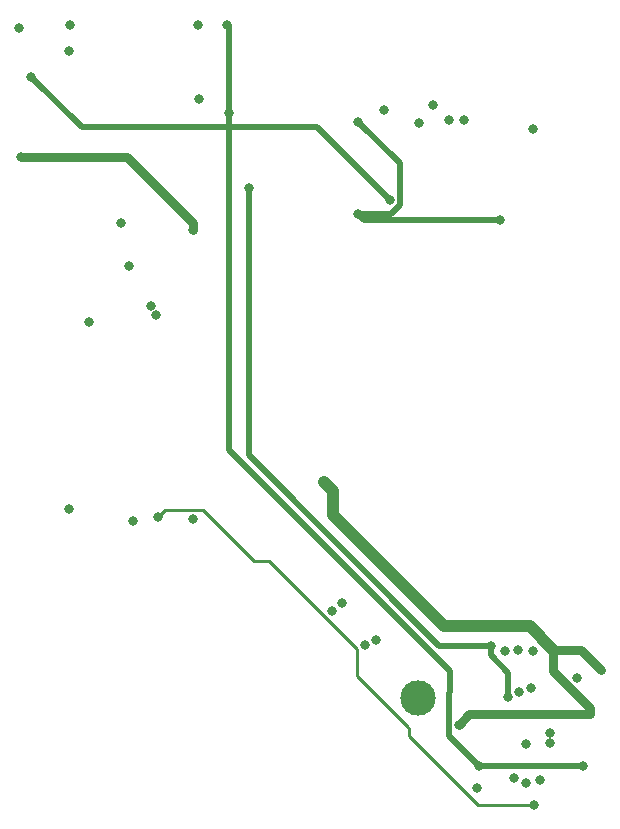
<source format=gbr>
G04 #@! TF.GenerationSoftware,KiCad,Pcbnew,5.1.6+dfsg1-1~bpo10+1*
G04 #@! TF.CreationDate,2021-06-19T16:41:40-04:00*
G04 #@! TF.ProjectId,RUSP_Daughterboard,52555350-5f44-4617-9567-68746572626f,rev?*
G04 #@! TF.SameCoordinates,Original*
G04 #@! TF.FileFunction,Copper,L3,Inr*
G04 #@! TF.FilePolarity,Positive*
%FSLAX46Y46*%
G04 Gerber Fmt 4.6, Leading zero omitted, Abs format (unit mm)*
G04 Created by KiCad (PCBNEW 5.1.6+dfsg1-1~bpo10+1) date 2021-06-19 16:41:40*
%MOMM*%
%LPD*%
G01*
G04 APERTURE LIST*
G04 #@! TA.AperFunction,ViaPad*
%ADD10C,3.000000*%
G04 #@! TD*
G04 #@! TA.AperFunction,ViaPad*
%ADD11C,0.800000*%
G04 #@! TD*
G04 #@! TA.AperFunction,Conductor*
%ADD12C,0.750000*%
G04 #@! TD*
G04 #@! TA.AperFunction,Conductor*
%ADD13C,0.500000*%
G04 #@! TD*
G04 #@! TA.AperFunction,Conductor*
%ADD14C,1.000000*%
G04 #@! TD*
G04 #@! TA.AperFunction,Conductor*
%ADD15C,0.250000*%
G04 #@! TD*
G04 APERTURE END LIST*
D10*
X154000000Y-128000000D03*
D11*
X120300000Y-71300000D03*
X135000000Y-88400000D03*
X124500000Y-112000000D03*
X146800000Y-120600000D03*
X149582053Y-123517947D03*
X124500000Y-73200000D03*
X161000000Y-87500000D03*
X149000000Y-87000000D03*
X149000000Y-79250000D03*
X168599999Y-129400001D03*
X165500000Y-123900000D03*
X157480000Y-130302000D03*
X159004000Y-135636000D03*
X120396006Y-82200000D03*
X146812000Y-110490000D03*
X146050000Y-109728000D03*
X169500000Y-125600000D03*
X157900000Y-79100000D03*
X162600000Y-127500000D03*
X161400000Y-124000000D03*
X155300000Y-77800000D03*
X160200000Y-123600000D03*
X151130000Y-78232000D03*
X161694805Y-127925000D03*
X139700000Y-84836000D03*
X121300000Y-75400000D03*
X137900000Y-71000000D03*
X138000000Y-78500000D03*
X138000000Y-79700000D03*
X159200000Y-133800000D03*
X168000000Y-133750000D03*
X151638000Y-85852000D03*
X135500000Y-77250000D03*
X163600000Y-127200000D03*
X154100000Y-79300000D03*
X163800000Y-124000000D03*
X164400000Y-134974990D03*
X128887660Y-87812340D03*
X126200000Y-96200000D03*
X129600000Y-91400000D03*
X163200000Y-131900000D03*
X129900000Y-113000000D03*
X163900000Y-137025010D03*
X132029325Y-112674990D03*
X147571375Y-119928625D03*
X150500000Y-123100000D03*
X162200000Y-134800000D03*
X135010743Y-112824979D03*
X163800000Y-79800000D03*
X163200000Y-135200000D03*
X124600000Y-71000000D03*
X135400000Y-71000000D03*
X165201292Y-131775010D03*
X131400000Y-94800000D03*
X165201292Y-131001292D03*
X131826000Y-95600000D03*
X167500000Y-126300000D03*
X156700000Y-79100000D03*
X162500000Y-123900000D03*
D12*
X158381999Y-129400001D02*
X157480000Y-130302000D01*
X168599999Y-129400001D02*
X158381999Y-129400001D01*
D13*
X151748002Y-87000000D02*
X149000000Y-87000000D01*
X152488001Y-86260001D02*
X151748002Y-87000000D01*
X152488001Y-82738001D02*
X152488001Y-86260001D01*
X149000000Y-79250000D02*
X152488001Y-82738001D01*
X149500000Y-87500000D02*
X149000000Y-87000000D01*
X161000000Y-87500000D02*
X149500000Y-87500000D01*
D12*
X168599999Y-128843001D02*
X168599999Y-129400001D01*
X165500000Y-125743002D02*
X168599999Y-128843001D01*
X165500000Y-123900000D02*
X165500000Y-125743002D01*
X135000000Y-88400000D02*
X135000000Y-87756000D01*
X129444000Y-82200000D02*
X120396006Y-82200000D01*
X135000000Y-87756000D02*
X129444000Y-82200000D01*
D14*
X165500000Y-123900000D02*
X163520000Y-121920000D01*
X163520000Y-121920000D02*
X157226000Y-121920000D01*
X157226000Y-121920000D02*
X156210000Y-121920000D01*
X156210000Y-121920000D02*
X147574000Y-113284000D01*
X147574000Y-113284000D02*
X146812000Y-112522000D01*
X146812000Y-112522000D02*
X146812000Y-110490000D01*
X146812000Y-110490000D02*
X146050000Y-109728000D01*
D12*
X167800000Y-123900000D02*
X169500000Y-125600000D01*
X165500000Y-123900000D02*
X167800000Y-123900000D01*
D15*
X160401678Y-123600000D02*
X160200000Y-123600000D01*
D13*
X161694805Y-127925000D02*
X161694805Y-125880805D01*
X160200000Y-124386000D02*
X160200000Y-123600000D01*
X161694805Y-125880805D02*
X160200000Y-124386000D01*
X160200000Y-123600000D02*
X155858000Y-123600000D01*
X139700000Y-107442000D02*
X139700000Y-84836000D01*
X155858000Y-123600000D02*
X139700000Y-107442000D01*
X167950000Y-133800000D02*
X168000000Y-133750000D01*
X159200000Y-133800000D02*
X167950000Y-133800000D01*
X138000000Y-78500000D02*
X138000000Y-79700000D01*
X138000000Y-71100000D02*
X137900000Y-71000000D01*
X138000000Y-78500000D02*
X138000000Y-71100000D01*
X125600000Y-79700000D02*
X138000000Y-79700000D01*
X121300000Y-75400000D02*
X125600000Y-79700000D01*
X145486000Y-79700000D02*
X151638000Y-85852000D01*
X138000000Y-79700000D02*
X145486000Y-79700000D01*
X156629999Y-131229999D02*
X159200000Y-133800000D01*
X156718000Y-127508000D02*
X156629999Y-127596001D01*
X156718000Y-125730000D02*
X156718000Y-127508000D01*
X138000000Y-79700000D02*
X138000000Y-107012000D01*
X156629999Y-127596001D02*
X156629999Y-131229999D01*
X138000000Y-107012000D02*
X156718000Y-125730000D01*
D15*
X135863568Y-112099978D02*
X132604337Y-112099978D01*
X140163590Y-116400000D02*
X135863568Y-112099978D01*
X141400000Y-116400000D02*
X140163590Y-116400000D01*
X163900000Y-137025010D02*
X159123010Y-137025010D01*
X148857052Y-123857052D02*
X141400000Y-116400000D01*
X148857052Y-126153247D02*
X148857052Y-123857052D01*
X153300000Y-131202000D02*
X153300000Y-130600000D01*
X132604337Y-112099978D02*
X132029325Y-112674990D01*
X153100000Y-130396195D02*
X148857052Y-126153247D01*
X159123010Y-137025010D02*
X153300000Y-131202000D01*
X153300000Y-130600000D02*
X153100000Y-130400000D01*
X153100000Y-130400000D02*
X153100000Y-130396195D01*
M02*

</source>
